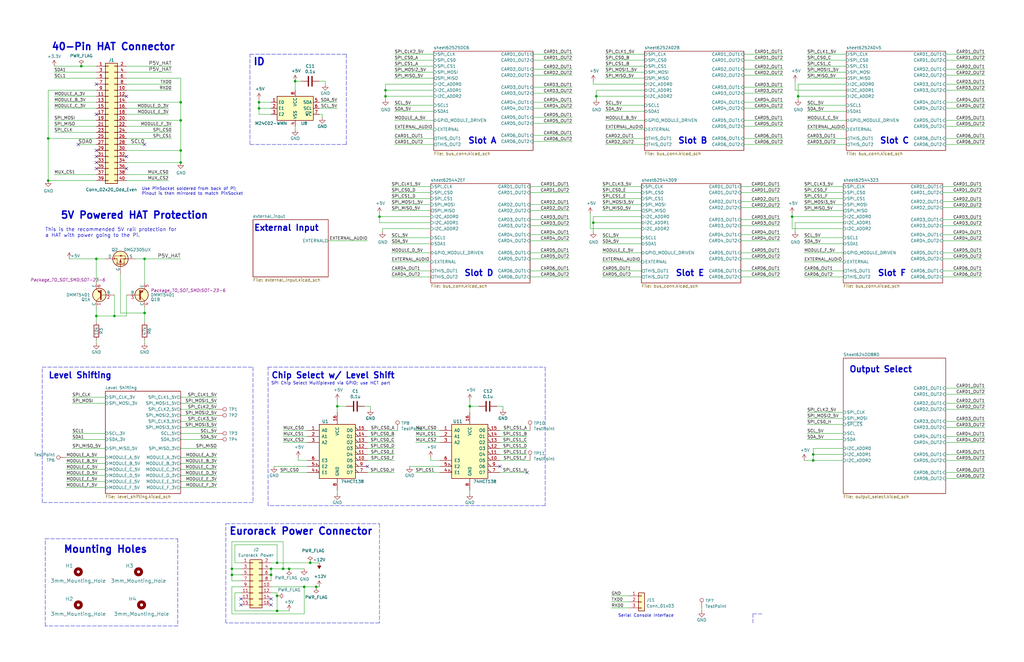
<source format=kicad_sch>
(kicad_sch (version 20230121) (generator eeschema)
  (paper "B")
  (title_block (title "Zoxnoxious Backplane and VCA") (date "2022-08-28") (rev "0.2") (company "Zoxnoxious Engineering"))
  (junction (at 60.96 132.08))
  (junction (at 76.2 50.8))
  (junction (at 76.2 63.5))
  (junction (at 116.84 257.81))
  (junction (at 251.46 40.64))
  (junction (at 128.27 247.65))
  (junction (at 160.02 91.44))
  (junction (at 76.2 43.18))
  (junction (at 60.96 109.22))
  (junction (at 116.84 251.46))
  (junction (at 114.3 240.03))
  (junction (at 342.9 191.77))
  (junction (at 334.01 91.44))
  (junction (at 97.79 240.03))
  (junction (at 162.56 40.64))
  (junction (at 121.92 240.03))
  (junction (at 116.84 237.49))
  (junction (at 130.81 237.49))
  (junction (at 133.35 247.65))
  (junction (at 97.79 242.57))
  (junction (at 342.9 194.31))
  (junction (at 198.12 171.45))
  (junction (at 124.46 34.29))
  (junction (at 109.22 43.18))
  (junction (at 20.32 76.2))
  (junction (at 114.3 242.57))
  (junction (at 109.22 45.72))
  (junction (at 142.24 171.45))
  (junction (at 34.29 27.94))
  (junction (at 76.2 68.58))
  (junction (at 40.64 109.22))
  (junction (at 40.64 133.35))
  (junction (at 48.26 133.35))
  (junction (at 250.19 93.98))
  (junction (at 20.32 58.42))
  (junction (at 336.55 40.64))
  (junction (at 119.38 240.03))
  (junction (at 162.56 38.1))
  (no_connect (at 40.64 68.58))
  (no_connect (at 60.96 60.96))
  (no_connect (at 40.64 63.5))
  (no_connect (at 40.64 66.04))
  (no_connect (at 40.64 35.56))
  (no_connect (at 114.3 252.73))
  (no_connect (at 53.34 71.12))
  (no_connect (at 40.64 48.26))
  (no_connect (at 53.34 40.64))
  (no_connect (at 33.02 60.96))
  (no_connect (at 114.3 255.27))
  (no_connect (at 154.94 196.85))
  (no_connect (at 101.6 255.27))
  (no_connect (at 222.25 199.39))
  (no_connect (at 210.82 196.85))
  (no_connect (at 40.64 71.12))
  (no_connect (at 101.6 252.73))
  (no_connect (at 53.34 66.04))
  (wire (pts (xy 313.69 29.21) (xy 330.2 29.21)))
  (wire (pts (xy 397.51 99.06) (xy 414.02 99.06)))
  (wire (pts (xy 398.78 29.21) (xy 415.29 29.21)))
  (wire (pts (xy 212.09 171.45) (xy 212.09 172.72)))
  (polyline (pts (xy 95.25 220.98) (xy 160.02 220.98)) (stroke (width 0) (type dash)))
  (wire (pts (xy 109.22 45.72) (xy 109.22 48.26)))
  (wire (pts (xy 99.06 257.81) (xy 116.84 257.81)))
  (wire (pts (xy 160.02 91.44) (xy 160.02 90.17)))
  (wire (pts (xy 342.9 191.77) (xy 355.6 191.77)))
  (wire (pts (xy 128.27 259.08) (xy 128.27 247.65)))
  (wire (pts (xy 48.26 124.46) (xy 48.26 133.35)))
  (wire (pts (xy 312.42 95.25) (xy 328.93 95.25)))
  (wire (pts (xy 182.88 46.99) (xy 166.37 46.99)))
  (wire (pts (xy 340.36 173.99) (xy 355.6 173.99)))
  (wire (pts (xy 20.32 38.1) (xy 40.64 38.1)))
  (wire (pts (xy 251.46 40.64) (xy 251.46 38.1)))
  (wire (pts (xy 224.79 39.37) (xy 241.3 39.37)))
  (wire (pts (xy 154.94 191.77) (xy 166.37 191.77)))
  (wire (pts (xy 271.78 60.96) (xy 255.27 60.96)))
  (wire (pts (xy 312.42 106.68) (xy 328.93 106.68)))
  (wire (pts (xy 76.2 33.02) (xy 76.2 43.18)))
  (polyline (pts (xy 74.93 227.33) (xy 74.93 264.16)) (stroke (width 0) (type dash)))
  (wire (pts (xy 53.34 133.35) (xy 53.34 124.46)))
  (wire (pts (xy 251.46 41.91) (xy 251.46 40.64)))
  (wire (pts (xy 198.12 173.99) (xy 198.12 171.45)))
  (wire (pts (xy 271.78 30.48) (xy 255.27 30.48)))
  (polyline (pts (xy 160.02 220.98) (xy 160.02 262.89)) (stroke (width 0) (type dash)))
  (wire (pts (xy 224.79 25.4) (xy 241.3 25.4)))
  (wire (pts (xy 250.19 35.56) (xy 250.19 34.29)))
  (wire (pts (xy 40.64 60.96) (xy 33.02 60.96)))
  (wire (pts (xy 265.43 254) (xy 257.81 254)))
  (wire (pts (xy 398.78 184.15) (xy 415.29 184.15)))
  (wire (pts (xy 129.54 184.15) (xy 119.38 184.15)))
  (polyline (pts (xy 74.93 264.16) (xy 19.05 264.16)) (stroke (width 0) (type dash)))
  (wire (pts (xy 116.84 237.49) (xy 130.81 237.49)))
  (wire (pts (xy 20.32 76.2) (xy 40.64 76.2)))
  (wire (pts (xy 355.6 114.3) (xy 339.09 114.3)))
  (wire (pts (xy 172.72 196.85) (xy 185.42 196.85)))
  (wire (pts (xy 339.09 88.9) (xy 355.6 88.9)))
  (wire (pts (xy 355.6 106.68) (xy 339.09 106.68)))
  (wire (pts (xy 182.88 44.45) (xy 166.37 44.45)))
  (wire (pts (xy 356.87 58.42) (xy 340.36 58.42)))
  (wire (pts (xy 398.78 43.18) (xy 415.29 43.18)))
  (wire (pts (xy 76.2 185.42) (xy 91.44 185.42)))
  (wire (pts (xy 60.96 129.54) (xy 60.96 132.08)))
  (wire (pts (xy 342.9 189.23) (xy 342.9 191.77)))
  (wire (pts (xy 398.78 38.1) (xy 415.29 38.1)))
  (wire (pts (xy 138.43 101.6) (xy 154.94 101.6)))
  (wire (pts (xy 223.52 109.22) (xy 240.03 109.22)))
  (wire (pts (xy 44.45 198.12) (xy 27.94 198.12)))
  (wire (pts (xy 44.45 205.74) (xy 27.94 205.74)))
  (wire (pts (xy 270.51 83.82) (xy 254 83.82)))
  (wire (pts (xy 398.78 194.31) (xy 415.29 194.31)))
  (wire (pts (xy 223.52 106.68) (xy 240.03 106.68)))
  (wire (pts (xy 53.34 60.96) (xy 60.96 60.96)))
  (wire (pts (xy 355.6 116.84) (xy 339.09 116.84)))
  (wire (pts (xy 22.86 40.64) (xy 40.64 40.64)))
  (wire (pts (xy 76.2 189.23) (xy 91.44 189.23)))
  (wire (pts (xy 334.01 91.44) (xy 355.6 91.44)))
  (wire (pts (xy 60.96 119.38) (xy 60.96 109.22)))
  (wire (pts (xy 342.9 194.31) (xy 339.09 194.31)))
  (wire (pts (xy 185.42 184.15) (xy 175.26 184.15)))
  (wire (pts (xy 312.42 92.71) (xy 328.93 92.71)))
  (wire (pts (xy 40.64 133.35) (xy 40.64 135.89)))
  (wire (pts (xy 181.61 81.28) (xy 165.1 81.28)))
  (wire (pts (xy 175.26 186.69) (xy 185.42 186.69)))
  (wire (pts (xy 224.79 43.18) (xy 241.3 43.18)))
  (wire (pts (xy 356.87 50.8) (xy 340.36 50.8)))
  (wire (pts (xy 115.57 196.85) (xy 129.54 196.85)))
  (wire (pts (xy 97.79 259.08) (xy 128.27 259.08)))
  (wire (pts (xy 40.64 33.02) (xy 22.86 33.02)))
  (polyline (pts (xy 229.87 213.36) (xy 113.03 213.36)) (stroke (width 0) (type dash)))
  (wire (pts (xy 53.34 53.34) (xy 72.39 53.34)))
  (wire (pts (xy 312.42 109.22) (xy 328.93 109.22)))
  (wire (pts (xy 397.51 109.22) (xy 414.02 109.22)))
  (wire (pts (xy 223.52 114.3) (xy 240.03 114.3)))
  (wire (pts (xy 76.2 43.18) (xy 76.2 50.8)))
  (wire (pts (xy 295.91 256.54) (xy 295.91 257.81)))
  (wire (pts (xy 224.79 36.83) (xy 241.3 36.83)))
  (wire (pts (xy 181.61 194.31) (xy 185.42 194.31)))
  (wire (pts (xy 142.24 171.45) (xy 146.05 171.45)))
  (wire (pts (xy 44.45 182.88) (xy 30.48 182.88)))
  (wire (pts (xy 198.12 208.28) (xy 198.12 207.01)))
  (wire (pts (xy 53.34 50.8) (xy 76.2 50.8)))
  (wire (pts (xy 270.51 116.84) (xy 254 116.84)))
  (wire (pts (xy 44.45 195.58) (xy 27.94 195.58)))
  (wire (pts (xy 336.55 35.56) (xy 336.55 40.64)))
  (wire (pts (xy 210.82 181.61) (xy 223.52 181.61)))
  (wire (pts (xy 109.22 45.72) (xy 114.3 45.72)))
  (wire (pts (xy 313.69 25.4) (xy 330.2 25.4)))
  (wire (pts (xy 40.64 55.88) (xy 22.86 55.88)))
  (wire (pts (xy 97.79 242.57) (xy 101.6 242.57)))
  (wire (pts (xy 76.2 198.12) (xy 91.44 198.12)))
  (wire (pts (xy 223.52 92.71) (xy 240.03 92.71)))
  (wire (pts (xy 312.42 87.63) (xy 328.93 87.63)))
  (wire (pts (xy 210.82 184.15) (xy 222.25 184.15)))
  (wire (pts (xy 181.61 102.87) (xy 165.1 102.87)))
  (wire (pts (xy 71.12 45.72) (xy 53.34 45.72)))
  (wire (pts (xy 76.2 200.66) (xy 91.44 200.66)))
  (wire (pts (xy 76.2 63.5) (xy 76.2 68.58)))
  (wire (pts (xy 30.48 189.23) (xy 44.45 189.23)))
  (wire (pts (xy 121.92 240.03) (xy 128.27 240.03)))
  (wire (pts (xy 134.62 34.29) (xy 137.16 34.29)))
  (wire (pts (xy 101.6 237.49) (xy 99.06 237.49)))
  (wire (pts (xy 355.6 100.33) (xy 339.09 100.33)))
  (wire (pts (xy 250.19 93.98) (xy 250.19 91.44)))
  (wire (pts (xy 97.79 245.11) (xy 101.6 245.11)))
  (wire (pts (xy 334.01 96.52) (xy 355.6 96.52)))
  (wire (pts (xy 251.46 38.1) (xy 271.78 38.1)))
  (wire (pts (xy 342.9 191.77) (xy 342.9 194.31)))
  (wire (pts (xy 34.29 27.94) (xy 40.64 27.94)))
  (wire (pts (xy 248.92 96.52) (xy 248.92 90.17)))
  (wire (pts (xy 76.2 195.58) (xy 91.44 195.58)))
  (wire (pts (xy 398.78 25.4) (xy 415.29 25.4)))
  (wire (pts (xy 312.42 114.3) (xy 328.93 114.3)))
  (wire (pts (xy 114.3 240.03) (xy 119.38 240.03)))
  (wire (pts (xy 76.2 170.18) (xy 91.44 170.18)))
  (wire (pts (xy 336.55 35.56) (xy 356.87 35.56)))
  (wire (pts (xy 355.6 78.74) (xy 339.09 78.74)))
  (wire (pts (xy 334.01 96.52) (xy 334.01 91.44)))
  (wire (pts (xy 271.78 58.42) (xy 255.27 58.42)))
  (wire (pts (xy 182.88 25.4) (xy 166.37 25.4)))
  (wire (pts (xy 53.34 35.56) (xy 72.39 35.56)))
  (wire (pts (xy 53.34 33.02) (xy 76.2 33.02)))
  (wire (pts (xy 355.6 86.36) (xy 339.09 86.36)))
  (wire (pts (xy 142.24 173.99) (xy 142.24 171.45)))
  (wire (pts (xy 125.73 193.04) (xy 125.73 194.31)))
  (wire (pts (xy 76.2 180.34) (xy 91.44 180.34)))
  (wire (pts (xy 50.8 132.08) (xy 60.96 132.08)))
  (wire (pts (xy 181.61 114.3) (xy 165.1 114.3)))
  (wire (pts (xy 271.78 50.8) (xy 255.27 50.8)))
  (wire (pts (xy 175.26 199.39) (xy 185.42 199.39)))
  (polyline (pts (xy 160.02 262.89) (xy 95.25 262.89)) (stroke (width 0) (type dash)))
  (wire (pts (xy 40.64 119.38) (xy 40.64 109.22)))
  (wire (pts (xy 97.79 242.57) (xy 97.79 240.03)))
  (wire (pts (xy 181.61 106.68) (xy 165.1 106.68)))
  (wire (pts (xy 53.34 55.88) (xy 72.39 55.88)))
  (wire (pts (xy 40.64 30.48) (xy 22.86 30.48)))
  (wire (pts (xy 340.36 176.53) (xy 355.6 176.53)))
  (wire (pts (xy 356.87 30.48) (xy 340.36 30.48)))
  (wire (pts (xy 356.87 44.45) (xy 340.36 44.45)))
  (wire (pts (xy 116.84 229.87) (xy 116.84 237.49)))
  (wire (pts (xy 342.9 194.31) (xy 355.6 194.31)))
  (wire (pts (xy 355.6 102.87) (xy 339.09 102.87)))
  (wire (pts (xy 335.28 93.98) (xy 335.28 97.79)))
  (wire (pts (xy 134.62 45.72) (xy 142.24 45.72)))
  (wire (pts (xy 44.45 200.66) (xy 27.94 200.66)))
  (wire (pts (xy 398.78 163.83) (xy 415.29 163.83)))
  (wire (pts (xy 44.45 170.18) (xy 30.48 170.18)))
  (wire (pts (xy 398.78 191.77) (xy 415.29 191.77)))
  (wire (pts (xy 22.86 43.18) (xy 40.64 43.18)))
  (wire (pts (xy 313.69 45.72) (xy 330.2 45.72)))
  (wire (pts (xy 118.11 199.39) (xy 129.54 199.39)))
  (wire (pts (xy 40.64 109.22) (xy 44.45 109.22)))
  (wire (pts (xy 40.64 53.34) (xy 22.86 53.34)))
  (wire (pts (xy 398.78 201.93) (xy 415.29 201.93)))
  (wire (pts (xy 119.38 240.03) (xy 121.92 240.03)))
  (wire (pts (xy 271.78 44.45) (xy 255.27 44.45)))
  (wire (pts (xy 99.06 250.19) (xy 99.06 257.81)))
  (wire (pts (xy 397.51 81.28) (xy 414.02 81.28)))
  (wire (pts (xy 124.46 38.1) (xy 124.46 34.29)))
  (wire (pts (xy 165.1 88.9) (xy 181.61 88.9)))
  (wire (pts (xy 133.35 247.65) (xy 134.62 247.65)))
  (wire (pts (xy 224.79 22.86) (xy 241.3 22.86)))
  (wire (pts (xy 223.52 86.36) (xy 240.03 86.36)))
  (wire (pts (xy 109.22 43.18) (xy 109.22 45.72)))
  (wire (pts (xy 271.78 22.86) (xy 255.27 22.86)))
  (wire (pts (xy 97.79 245.11) (xy 97.79 242.57)))
  (wire (pts (xy 355.6 83.82) (xy 339.09 83.82)))
  (wire (pts (xy 182.88 22.86) (xy 166.37 22.86)))
  (wire (pts (xy 356.87 60.96) (xy 340.36 60.96)))
  (polyline (pts (xy 17.78 154.94) (xy 106.68 154.94)) (stroke (width 0) (type dash)))
  (wire (pts (xy 342.9 189.23) (xy 355.6 189.23)))
  (wire (pts (xy 128.27 247.65) (xy 133.35 247.65)))
  (wire (pts (xy 313.69 36.83) (xy 330.2 36.83)))
  (wire (pts (xy 336.55 40.64) (xy 356.87 40.64)))
  (wire (pts (xy 335.28 38.1) (xy 356.87 38.1)))
  (wire (pts (xy 109.22 41.91) (xy 109.22 43.18)))
  (wire (pts (xy 76.2 172.72) (xy 91.44 172.72)))
  (wire (pts (xy 270.51 100.33) (xy 254 100.33)))
  (wire (pts (xy 223.52 99.06) (xy 240.03 99.06)))
  (wire (pts (xy 185.42 181.61) (xy 175.26 181.61)))
  (wire (pts (xy 224.79 49.53) (xy 241.3 49.53)))
  (wire (pts (xy 334.01 91.44) (xy 334.01 90.17)))
  (wire (pts (xy 134.62 43.18) (xy 142.24 43.18)))
  (wire (pts (xy 398.78 45.72) (xy 415.29 45.72)))
  (wire (pts (xy 22.86 73.66) (xy 40.64 73.66)))
  (wire (pts (xy 53.34 43.18) (xy 76.2 43.18)))
  (wire (pts (xy 356.87 22.86) (xy 340.36 22.86)))
  (wire (pts (xy 142.24 208.28) (xy 142.24 207.01)))
  (wire (pts (xy 114.3 237.49) (xy 116.84 237.49)))
  (wire (pts (xy 223.52 88.9) (xy 240.03 88.9)))
  (wire (pts (xy 250.19 91.44) (xy 270.51 91.44)))
  (wire (pts (xy 340.36 185.42) (xy 355.6 185.42)))
  (wire (pts (xy 313.69 39.37) (xy 330.2 39.37)))
  (wire (pts (xy 160.02 93.98) (xy 181.61 93.98)))
  (wire (pts (xy 99.06 237.49) (xy 99.06 229.87)))
  (polyline (pts (xy 113.03 213.36) (xy 113.03 154.94)) (stroke (width 0) (type dash)))
  (wire (pts (xy 101.6 240.03) (xy 97.79 240.03)))
  (wire (pts (xy 250.19 35.56) (xy 271.78 35.56)))
  (wire (pts (xy 60.96 109.22) (xy 76.2 109.22)))
  (wire (pts (xy 270.51 78.74) (xy 254 78.74)))
  (wire (pts (xy 154.94 189.23) (xy 166.37 189.23)))
  (polyline (pts (xy 106.68 212.09) (xy 17.78 212.09)) (stroke (width 0) (type dash)))
  (wire (pts (xy 209.55 171.45) (xy 212.09 171.45)))
  (wire (pts (xy 198.12 171.45) (xy 198.12 168.91)))
  (polyline (pts (xy 19.05 227.33) (xy 74.93 227.33)) (stroke (width 0) (type dash)))
  (wire (pts (xy 53.34 30.48) (xy 72.39 30.48)))
  (wire (pts (xy 340.36 179.07) (xy 355.6 179.07)))
  (wire (pts (xy 312.42 85.09) (xy 328.93 85.09)))
  (wire (pts (xy 130.81 237.49) (xy 134.62 237.49)))
  (wire (pts (xy 254 88.9) (xy 270.51 88.9)))
  (wire (pts (xy 398.78 166.37) (xy 415.29 166.37)))
  (polyline (pts (xy 106.68 154.94) (xy 106.68 212.09)) (stroke (width 0) (type dash)))
  (wire (pts (xy 182.88 27.94) (xy 166.37 27.94)))
  (wire (pts (xy 76.2 193.04) (xy 91.44 193.04)))
  (wire (pts (xy 20.32 38.1) (xy 20.32 58.42)))
  (wire (pts (xy 76.2 177.8) (xy 91.44 177.8)))
  (wire (pts (xy 161.29 96.52) (xy 181.61 96.52)))
  (wire (pts (xy 53.34 73.66) (xy 71.12 73.66)))
  (wire (pts (xy 398.78 31.75) (xy 415.29 31.75)))
  (wire (pts (xy 181.61 83.82) (xy 165.1 83.82)))
  (wire (pts (xy 76.2 167.64) (xy 91.44 167.64)))
  (wire (pts (xy 397.51 116.84) (xy 414.02 116.84)))
  (polyline (pts (xy 229.87 154.94) (xy 229.87 213.36)) (stroke (width 0) (type dash)))
  (wire (pts (xy 398.78 177.8) (xy 415.29 177.8)))
  (wire (pts (xy 53.34 63.5) (xy 76.2 63.5)))
  (wire (pts (xy 397.51 78.74) (xy 414.02 78.74)))
  (wire (pts (xy 181.61 193.04) (xy 181.61 194.31)))
  (wire (pts (xy 182.88 50.8) (xy 166.37 50.8)))
  (polyline (pts (xy 19.05 264.16) (xy 19.05 227.33)) (stroke (width 0) (type dash)))
  (wire (pts (xy 313.69 31.75) (xy 330.2 31.75)))
  (wire (pts (xy 119.38 228.6) (xy 119.38 240.03)))
  (wire (pts (xy 76.2 175.26) (xy 91.44 175.26)))
  (wire (pts (xy 313.69 43.18) (xy 330.2 43.18)))
  (polyline (pts (xy 105.41 60.96) (xy 105.41 22.86)) (stroke (width 0) (type dash)))
  (wire (pts (xy 181.61 116.84) (xy 165.1 116.84)))
  (wire (pts (xy 76.2 50.8) (xy 76.2 63.5)))
  (wire (pts (xy 154.94 181.61) (xy 167.64 181.61)))
  (polyline (pts (xy 317.5 259.08) (xy 321.31 259.08)) (stroke (width 0) (type dash)))
  (wire (pts (xy 397.51 101.6) (xy 414.02 101.6)))
  (wire (pts (xy 160.02 91.44) (xy 181.61 91.44)))
  (polyline (pts (xy 17.78 212.09) (xy 17.78 154.94)) (stroke (width 0) (type dash)))
  (wire (pts (xy 265.43 251.46) (xy 257.81 251.46)))
  (wire (pts (xy 101.6 247.65) (xy 97.79 247.65)))
  (wire (pts (xy 162.56 40.64) (xy 182.88 40.64)))
  (wire (pts (xy 116.84 257.81) (xy 121.92 257.81)))
  (polyline (pts (xy 95.25 262.89) (xy 95.25 220.98)) (stroke (width 0) (type dash)))
  (wire (pts (xy 210.82 194.31) (xy 223.52 194.31)))
  (wire (pts (xy 114.3 245.11) (xy 114.3 242.57)))
  (wire (pts (xy 397.51 92.71) (xy 414.02 92.71)))
  (wire (pts (xy 210.82 199.39) (xy 222.25 199.39)))
  (wire (pts (xy 224.79 59.69) (xy 241.3 59.69)))
  (wire (pts (xy 312.42 78.74) (xy 328.93 78.74)))
  (wire (pts (xy 271.78 46.99) (xy 255.27 46.99)))
  (wire (pts (xy 166.37 54.61) (xy 182.88 54.61)))
  (wire (pts (xy 339.09 110.49) (xy 355.6 110.49)))
  (wire (pts (xy 137.16 34.29) (xy 137.16 35.56)))
  (wire (pts (xy 398.78 170.18) (xy 415.29 170.18)))
  (wire (pts (xy 101.6 250.19) (xy 99.06 250.19)))
  (wire (pts (xy 57.15 109.22) (xy 60.96 109.22)))
  (wire (pts (xy 265.43 256.54) (xy 257.81 256.54)))
  (wire (pts (xy 109.22 43.18) (xy 114.3 43.18)))
  (wire (pts (xy 114.3 242.57) (xy 114.3 240.03)))
  (wire (pts (xy 270.51 102.87) (xy 254 102.87)))
  (wire (pts (xy 109.22 48.26) (xy 114.3 48.26)))
  (wire (pts (xy 224.79 52.07) (xy 241.3 52.07)))
  (wire (pts (xy 53.34 58.42) (xy 72.39 58.42)))
  (wire (pts (xy 119.38 186.69) (xy 129.54 186.69)))
  (wire (pts (xy 224.79 29.21) (xy 241.3 29.21)))
  (wire (pts (xy 397.51 106.68) (xy 414.02 106.68)))
  (polyline (pts (xy 105.41 22.86) (xy 146.05 22.86)) (stroke (width 0) (type dash)))
  (wire (pts (xy 29.21 109.22) (xy 40.64 109.22)))
  (wire (pts (xy 156.21 171.45) (xy 156.21 172.72)))
  (wire (pts (xy 71.12 48.26) (xy 53.34 48.26)))
  (polyline (pts (xy 146.05 60.96) (xy 105.41 60.96)) (stroke (width 0) (type dash)))
  (wire (pts (xy 398.78 22.86) (xy 415.29 22.86)))
  (wire (pts (xy 355.6 81.28) (xy 339.09 81.28)))
  (wire (pts (xy 97.79 247.65) (xy 97.79 259.08)))
  (wire (pts (xy 182.88 30.48) (xy 166.37 30.48)))
  (wire (pts (xy 154.94 199.39) (xy 166.37 199.39)))
  (wire (pts (xy 398.78 60.96) (xy 415.29 60.96)))
  (wire (pts (xy 125.73 194.31) (xy 129.54 194.31)))
  (wire (pts (xy 60.96 132.08) (xy 60.96 135.89)))
  (wire (pts (xy 340.36 54.61) (xy 356.87 54.61)))
  (wire (pts (xy 116.84 251.46) (xy 116.84 257.81)))
  (wire (pts (xy 44.45 193.04) (xy 27.94 193.04)))
  (wire (pts (xy 224.79 57.15) (xy 241.3 57.15)))
  (wire (pts (xy 398.78 35.56) (xy 415.29 35.56)))
  (wire (pts (xy 44.45 203.2) (xy 27.94 203.2)))
  (wire (pts (xy 313.69 22.86) (xy 330.2 22.86)))
  (wire (pts (xy 210.82 191.77) (xy 222.25 191.77)))
  (wire (pts (xy 223.52 101.6) (xy 240.03 101.6)))
  (wire (pts (xy 97.79 228.6) (xy 119.38 228.6)))
  (wire (pts (xy 224.79 45.72) (xy 241.3 45.72)))
  (wire (pts (xy 165.1 110.49) (xy 181.61 110.49)))
  (wire (pts (xy 20.32 58.42) (xy 20.32 76.2)))
  (polyline (pts (xy 146.05 22.86) (xy 146.05 60.96)) (stroke (width 0) (type dash)))
  (wire (pts (xy 340.36 182.88) (xy 355.6 182.88)))
  (wire (pts (xy 255.27 33.02) (xy 271.78 33.02)))
  (wire (pts (xy 313.69 58.42) (xy 330.2 58.42)))
  (wire (pts (xy 270.51 86.36) (xy 254 86.36)))
  (wire (pts (xy 312.42 99.06) (xy 328.93 99.06)))
  (polyline (pts (xy 113.03 154.94) (xy 229.87 154.94)) (stroke (width 0) (type dash)))
  (wire (pts (xy 48.26 133.35) (xy 53.34 133.35)))
  (wire (pts (xy 270.51 81.28) (xy 254 81.28)))
  (wire (pts (xy 397.51 95.25) (xy 414.02 95.25)))
  (wire (pts (xy 250.19 93.98) (xy 250.19 97.79)))
  (wire (pts (xy 398.78 58.42) (xy 415.29 58.42)))
  (wire (pts (xy 398.78 199.39) (xy 415.29 199.39)))
  (wire (pts (xy 161.29 97.79) (xy 161.29 96.52)))
  (wire (pts (xy 166.37 33.02) (xy 182.88 33.02)))
  (wire (pts (xy 224.79 31.75) (xy 241.3 31.75)))
  (wire (pts (xy 335.28 93.98) (xy 355.6 93.98)))
  (wire (pts (xy 76.2 205.74) (xy 91.44 205.74)))
  (wire (pts (xy 313.69 60.96) (xy 330.2 60.96)))
  (wire (pts (xy 251.46 40.64) (xy 271.78 40.64)))
  (wire (pts (xy 398.78 186.69) (xy 415.29 186.69)))
  (wire (pts (xy 340.36 33.02) (xy 356.87 33.02)))
  (wire (pts (xy 223.52 78.74) (xy 240.03 78.74)))
  (polyline (pts (xy 317.5 262.89) (xy 317.5 259.08)) (stroke (width 0) (type dash)))
  (wire (pts (xy 313.69 50.8) (xy 330.2 50.8)))
  (wire (pts (xy 53.34 68.58) (xy 76.2 68.58)))
  (wire (pts (xy 154.94 186.69) (xy 166.37 186.69)))
  (wire (pts (xy 223.52 81.28) (xy 240.03 81.28)))
  (wire (pts (xy 223.52 95.25) (xy 240.03 95.25)))
  (wire (pts (xy 398.78 53.34) (xy 415.29 53.34)))
  (wire (pts (xy 270.51 106.68) (xy 254 106.68)))
  (wire (pts (xy 76.2 203.2) (xy 91.44 203.2)))
  (wire (pts (xy 270.51 114.3) (xy 254 114.3)))
  (wire (pts (xy 223.52 116.84) (xy 240.03 116.84)))
  (wire (pts (xy 181.61 86.36) (xy 165.1 86.36)))
  (wire (pts (xy 210.82 189.23) (xy 222.25 189.23)))
  (wire (pts (xy 398.78 180.34) (xy 415.29 180.34)))
  (wire (pts (xy 124.46 34.29) (xy 127 34.29)))
  (wire (pts (xy 181.61 78.74) (xy 165.1 78.74)))
  (wire (pts (xy 271.78 25.4) (xy 255.27 25.4)))
  (wire (pts (xy 40.64 144.78) (xy 40.64 143.51)))
  (wire (pts (xy 398.78 172.72) (xy 415.29 172.72)))
  (wire (pts (xy 248.92 96.52) (xy 270.51 96.52)))
  (wire (pts (xy 53.34 27.94) (xy 72.39 27.94)))
  (wire (pts (xy 153.67 171.45) (xy 156.21 171.45)))
  (wire (pts (xy 53.34 76.2) (xy 71.12 76.2)))
  (wire (pts (xy 50.8 115.57) (xy 50.8 132.08)))
  (wire (pts (xy 60.96 144.78) (xy 60.96 143.51)))
  (wire (pts (xy 162.56 41.91) (xy 162.56 40.64)))
  (wire (pts (xy 124.46 54.61) (xy 124.46 53.34)))
  (wire (pts (xy 250.19 93.98) (xy 270.51 93.98)))
  (wire (pts (xy 271.78 27.94) (xy 255.27 27.94)))
  (wire (pts (xy 210.82 186.69) (xy 222.25 186.69)))
  (wire (pts (xy 160.02 93.98) (xy 160.02 91.44)))
  (wire (pts (xy 356.87 46.99) (xy 340.36 46.99)))
  (wire (pts (xy 335.28 34.29) (xy 335.28 38.1)))
  (wire (pts (xy 312.42 81.28) (xy 328.93 81.28)))
  (wire (pts (xy 397.51 85.09) (xy 414.02 85.09)))
  (wire (pts (xy 20.32 58.42) (xy 40.64 58.42)))
  (wire (pts (xy 114.3 247.65) (xy 128.27 247.65)))
  (wire (pts (xy 312.42 101.6) (xy 328.93 101.6)))
  (wire (pts (xy 254 110.49) (xy 270.51 110.49)))
  (wire (pts (xy 129.54 181.61) (xy 119.38 181.61)))
  (wire (pts (xy 182.88 60.96) (xy 166.37 60.96)))
  (wire (pts (xy 336.55 41.91) (xy 336.55 40.64)))
  (wire (pts (xy 397.51 87.63) (xy 414.02 87.63)))
  (wire (pts (xy 97.79 240.03) (xy 97.79 228.6)))
  (wire (pts (xy 99.06 229.87) (xy 116.84 229.87)))
  (wire (pts (xy 40.64 50.8) (xy 22.86 50.8)))
  (wire (pts (xy 356.87 25.4) (xy 340.36 25.4)))
  (wire (pts (xy 162.56 38.1) (xy 162.56 35.56)))
  (wire (pts (xy 142.24 171.45) (xy 142.24 168.91)))
  (wire (pts (xy 40.64 133.35) (xy 48.26 133.35)))
  (wire (pts (xy 44.45 167.64) (xy 30.48 167.64)))
  (wire (pts (xy 397.51 114.3) (xy 414.02 114.3)))
  (wire (pts (xy 53.34 38.1) (xy 72.39 38.1)))
  (wire (pts (xy 182.88 58.42) (xy 166.37 58.42)))
  (wire (pts (xy 162.56 35.56) (xy 182.88 35.56)))
  (wire (pts (xy 198.12 171.45) (xy 201.93 171.45)))
  (wire (pts (xy 135.89 48.26) (xy 134.62 48.26)))
  (wire (pts (xy 181.61 100.33) (xy 165.1 100.33)))
  (wire (pts (xy 313.69 53.34) (xy 330.2 53.34)))
  (wire (pts (xy 154.94 194.31) (xy 166.37 194.31)))
  (wire (pts (xy 162.56 40.64) (xy 162.56 38.1)))
  (wire (pts (xy 44.45 185.42) (xy 30.48 185.42)))
  (wire (pts (xy 114.3 250.19) (xy 116.84 250.19)))
  (wire (pts (xy 356.87 27.94) (xy 340.36 27.94)))
  (wire (pts (xy 135.89 49.53) (xy 135.89 48.26)))
  (wire (pts (xy 398.78 50.8) (xy 415.29 50.8)))
  (wire (pts (xy 76.2 182.88) (xy 91.44 182.88)))
  (wire (pts (xy 40.64 129.54) (xy 40.64 133.35)))
  (wire (pts (xy 22.86 27.94) (xy 34.29 27.94)))
  (wire (pts (xy 162.56 38.1) (xy 182.88 38.1)))
  (wire (pts (xy 255.27 54.61) (xy 271.78 54.61)))
  (wire (pts (xy 312.42 116.84) (xy 328.93 116.84)))
  (wire (pts (xy 22.86 45.72) (xy 40.64 45.72)))
  (wire (pts (xy 116.84 250.19) (xy 116.84 251.46)))
  (wire (pts (xy 154.94 184.15) (xy 166.37 184.15)))
  (text "5V Powered HAT Protection" (at 25.4 92.71 0) (effects (font (size 2.9972 2.9972) (thickness 0.5994) bold) (justify left bottom)))
  (text "Slot A" (at 209.55 60.96 0) (effects (font (size 2.54 2.54) (thickness 0.508) bold) (justify right bottom)))
  (text "ID" (at 106.68 27.94 0) (effects (font (size 2.9972 2.9972) (thickness 0.5994) bold) (justify left bottom)))
  (text "External Input" (at 134.62 97.79 0) (effects (font (size 2.54 2.54) (thickness 0.508) bold) (justify right bottom)))
  (text "Slot F" (at 382.27 116.84 0) (effects (font (size 2.54 2.54) (thickness 0.508) bold) (justify right bottom)))
  (text "Level Shifting" (at 20.32 160.02 0) (effects (font (size 2.54 2.54) (thickness 0.508) bold) (justify left bottom)))
  (text "Slot D" (at 208.28 116.84 0) (effects (font (size 2.54 2.54) (thickness 0.508) bold) (justify right bottom)))
  (text "This is the recommended 5V rail protection for \na HAT with power going to the Pi." (at 19.05 100.33 0) (effects (font (size 1.524 1.524)) (justify left bottom)))
  (text "Serial Console Interface" (at 260.604 260.604 0) (effects (font (size 1.27 1.27)) (justify left bottom)))
  (text "Chip Select w/ Level Shift" (at 114.3 160.02 0) (effects (font (size 2.54 2.54) (thickness 0.508) bold) (justify left bottom)))
  (text "Eurorack Power Connector" (at 96.52 226.06 0) (effects (font (size 2.9972 2.9972) (thickness 0.5994) bold) (justify left bottom)))
  (text "40-Pin HAT Connector" (at 21.59 21.59 0) (effects (font (size 2.9972 2.9972) (thickness 0.5994) bold) (justify left bottom)))
  (text "Output Select" (at 384.81 157.48 0) (effects (font (size 2.54 2.54) (thickness 0.508) bold) (justify right bottom)))
  (text "Use PinSocket soldered from back of Pi;\nPinout is then mirrored to match PinSocket" (at 59.69 82.55 0) (effects (font (size 1.27 1.27)) (justify left bottom)))
  (text "Slot C" (at 383.54 60.96 0) (effects (font (size 2.54 2.54) (thickness 0.508) bold) (justify right bottom)))
  (text "Slot B" (at 298.45 60.96 0) (effects (font (size 2.54 2.54) (thickness 0.508) bold) (justify right bottom)))
  (text "Mounting Holes" (at 26.67 233.68 0) (effects (font (size 2.9972 2.9972) (thickness 0.5994) bold) (justify left bottom)))
  (text "SPI Chip Select Multiplexed via GPIO; use HCT part" (at 114.3 162.56 0) (effects (font (size 1.27 1.27)) (justify left bottom)))
  (text "Slot E" (at 297.18 116.84 0) (effects (font (size 2.54 2.54) (thickness 0.508) bold) (justify right bottom)))
  (label "CARD3_OUT2" (at 415.29 38.1 180))
  (label "MODULE_C_5V" (at 27.94 198.12 0))
  (label "SDA_5V" (at 340.36 46.99 0))
  (label "SPI_MOSI3_5V" (at 339.09 86.36 0))
  (label "MUX_CS1" (at 22.86 73.66 0))
  (label "MUX_CS0" (at 71.12 73.66 180))
  (label "CARD1_OUT2" (at 414.02 81.28 180))
  (label "CARD2_OUT1" (at 241.3 29.21 180))
  (label "SDA_5V" (at 166.37 46.99 0))
  (label "CARD6_OUT2" (at 415.29 201.93 180))
  (label "SPI_CS0_H" (at 340.36 179.07 0))
  (label "CARD1_OUT2" (at 330.2 25.4 180))
  (label "CARD3_OUT2" (at 415.29 180.34 180))
  (label "SPI_CLK3_5V" (at 339.09 78.74 0))
  (label "MODULE_D_3V" (at 91.44 200.66 180))
  (label "SPI_MISO_5V" (at 340.36 33.02 0))
  (label "CARD1_OUT2" (at 415.29 166.37 180))
  (label "SPI_CS0_B" (at 255.27 25.4 0))
  (label "CARD3_OUT1" (at 340.36 58.42 0))
  (label "SPI_CLK1_5V" (at 91.44 167.64 180))
  (label "SCL_5V" (at 340.36 182.88 0))
  (label "SPI_MISO_5V" (at 166.37 33.02 0))
  (label "SPI_MOSI2_5V" (at 91.44 175.26 180))
  (label "CARD5_OUT2" (at 254 116.84 0))
  (label "MODULE_B_3V" (at 91.44 195.58 180))
  (label "CARD4_OUT1" (at 241.3 43.18 180))
  (label "SPI_CLK1_5V" (at 165.1 78.74 0))
  (label "CARD2_OUT2" (at 415.29 172.72 180))
  (label "CARD6_OUT1" (at 240.03 114.3 180))
  (label "CARD1_OUT1" (at 414.02 78.74 180))
  (label "EXTERNAL_AUDIO" (at 166.37 54.61 0))
  (label "SPI_CS1_B" (at 255.27 27.94 0))
  (label "MODULE_F_5V" (at 27.94 205.74 0))
  (label "SPI_CS0_A" (at 166.37 25.4 0))
  (label "SDA1" (at 22.86 30.48 0))
  (label "CARD5_OUT2" (at 241.3 52.07 180))
  (label "CARD5_OUT1" (at 241.3 49.53 180))
  (label "CARD1_OUT1" (at 415.29 163.83 180))
  (label "SDA_5V" (at 255.27 46.99 0))
  (label "CARD4_OUT1" (at 415.29 184.15 180))
  (label "MODULE_B_3V" (at 22.86 43.18 0))
  (label "SCL_5V" (at 254 100.33 0))
  (label "SPI_CS0_D" (at 165.1 81.28 0))
  (label "SPI_MOSI1_5V" (at 340.36 30.48 0))
  (label "SPI_CS0_C" (at 340.36 25.4 0))
  (label "SPI_CS0_E" (at 166.37 191.77 180))
  (label "SPI_CLK3_5V" (at 91.44 177.8 180))
  (label "CARD3_OUT2" (at 414.02 95.25 180))
  (label "CARD2_OUT1" (at 330.2 29.21 180))
  (label "SPI_CS1_D" (at 165.1 83.82 0))
  (label "CARD2_OUT2" (at 241.3 31.75 180))
  (label "CARD3_OUT1" (at 415.29 35.56 180))
  (label "MODULE_F_3V" (at 91.44 205.74 180))
  (label "EXTERNAL_AUDIO" (at 339.09 110.49 0))
  (label "SPI_CS0_D" (at 166.37 189.23 180))
  (label "CARD3_OUT1" (at 415.29 177.8 180))
  (label "CARD5_OUT2" (at 415.29 53.34 180))
  (label "MODULE_C_3V" (at 22.86 45.72 0))
  (label "SPI_MOSI3_5V" (at 91.44 180.34 180))
  (label "P5V_HAT" (at 76.2 109.22 180) (effects (font (size 1.524 1.524))))
  (label "SPI_CLK" (at 22.86 55.88 0))
  (label "SPI_CS0_B" (at 166.37 184.15 180))
  (label "SCL_5V" (at 340.36 44.45 0))
  (label "CARD6_OUT1" (at 241.3 57.15 180))
  (label "MODULE_F_5V" (at 339.09 106.68 0))
  (label "CARD6_OUT2" (at 339.09 116.84 0))
  (label "MUX_CS2" (at 175.26 186.69 0))
  (label "SPI_CS1_A" (at 166.37 27.94 0))
  (label "SPI_CS1_B" (at 222.25 184.15 180))
  (label "CARD2_OUT1" (at 328.93 85.09 180))
  (label "CARD4_OUT2" (at 330.2 45.72 180))
  (label "MODULE_D_3V" (at 71.12 45.72 180))
  (label "CARD4_OUT2" (at 415.29 186.69 180))
  (label "MUX_CS2" (at 119.38 186.69 0))
  (label "CARD2_OUT1" (at 415.29 29.21 180))
  (label "CARD3_OUT2" (at 328.93 95.25 180))
  (label "SPI_CS1_F" (at 222.25 194.31 180))
  (label "CARD4_OUT1" (at 328.93 99.06 180))
  (label "CARD2_OUT1" (at 415.29 170.18 180))
  (label "CARD2_OUT2" (at 414.02 87.63 180))
  (label "CARD5_OUT1" (at 415.29 191.77 180))
  (label "CARD1_OUT2" (at 241.3 25.4 180))
  (label "CARD3_OUT2" (at 240.03 95.25 180))
  (label "SDA_5V" (at 91.44 185.42 180))
  (label "SDA_5V" (at 339.09 102.87 0))
  (label "CARD6_OUT2" (at 414.02 116.84 180))
  (label "CARD2_OUT2" (at 415.29 31.75 180))
  (label "MUX_CS1" (at 175.26 184.15 0))
  (label "CARD4_OUT1" (at 414.02 99.06 180))
  (label "SPI_MISO" (at 22.86 53.34 0))
  (label "SPI_MOSI1_5V" (at 165.1 86.36 0))
  (label "MODULE_E_3V" (at 91.44 203.2 180))
  (label "MODULE_E_5V" (at 254 106.68 0))
  (label "CARD3_OUT1" (at 330.2 36.83 180))
  (label "EXTERNAL_AUDIO" (at 340.36 54.61 0))
  (label "SPI_CLK3_5V" (at 254 78.74 0))
  (label "MODULE_F_3V" (at 72.39 53.34 180))
  (label "EXTERNAL_AUDIO" (at 154.94 101.6 180))
  (label "P5V_HAT" (at 72.39 27.94 180) (effects (font (size 1.524 1.524))))
  (label "MODULE_E_5V" (at 27.94 203.2 0))
  (label "SPI_CLK1_5V" (at 255.27 22.86 0))
  (label "CARD4_OUT1" (at 415.29 43.18 180))
  (label "CARD4_OUT1" (at 240.03 99.06 180))
  (label "SPI_CS0_C" (at 166.37 186.69 180))
  (label "CARD3_OUT2" (at 330.2 39.37 180))
  (label "SPI_CLK2_5V" (at 340.36 173.99 0))
  (label "RXD0" (at 257.81 256.54 0))
  (label "CARD1_OUT2" (at 415.29 25.4 180))
  (label "CARD1_OUT1" (at 241.3 22.86 180))
  (label "SPI_MISO_5V" (at 255.27 33.02 0))
  (label "SCL_5V" (at 91.44 182.88 180))
  (label "SPI_CS0_F" (at 166.37 194.31 180))
  (label "SPI_CS1_A" (at 222.25 181.61 180))
  (label "CARD2_OUT1" (at 255.27 58.42 0))
  (label "SPI_CS0_E" (at 254 81.28 0))
  (label "SPI_CLK" (at 30.48 167.64 0))
  (label "CARD2_OUT2" (at 330.2 31.75 180))
  (label "CARD5_OUT1" (at 330.2 50.8 180))
  (label "CARD4_OUT2" (at 241.3 45.72 180))
  (label "EXTERNAL_AUDIO" (at 165.1 110.49 0))
  (label "CARD1_OUT2" (at 166.37 60.96 0))
  (label "CARD6_OUT2" (at 241.3 59.69 180))
  (label "SPI_MISO_5V" (at 339.09 88.9 0))
  (label "SPI_CS0_F" (at 339.09 81.28 0))
  (label "SCL_5V" (at 166.37 44.45 0))
  (label "RXD0" (at 72.39 38.1 180))
  (label "SCL_5V" (at 255.27 44.45 0))
  (label "MODULE_E_3V" (at 71.12 48.26 180))
  (label "CARD1_OUT1" (at 240.03 78.74 180))
  (label "CARD2_OUT1" (at 240.03 86.36 180))
  (label "SPI_CS0" (at 118.11 199.39 0))
  (label "MODULE_D_5V" (at 165.1 106.68 0))
  (label "CARD5_OUT2" (at 328.93 109.22 180))
  (label "SDA0" (at 33.02 60.96 0) (effects (font (size 1.524 1.524))))
  (label "CARD2_OUT2" (at 240.03 88.9 180))
  (label "CARD1_OUT2" (at 240.03 81.28 180))
  (label "SDA_5V" (at 254 102.87 0))
  (label "CARD3_OUT2" (at 241.3 39.37 180))
  (label "SPI_CLK1_5V" (at 340.36 22.86 0))
  (label "CARD1_OUT1" (at 330.2 22.86 180))
  (label "CARD6_OUT2" (at 415.29 60.96 180))
  (label "SDA1" (at 30.48 185.42 0))
  (label "SCL1" (at 22.86 33.02 0))
  (label "SCL1" (at 30.48 182.88 0))
  (label "CARD3_OUT2" (at 340.36 60.96 0))
  (label "CARD3_OUT1" (at 241.3 36.83 180))
  (label "CARD4_OUT1" (at 330.2 43.18 180))
  (label "CARD3_OUT1" (at 240.03 92.71 180))
  (label "SPI_CS1_H" (at 222.25 199.39 180))
  (label "CARD5_OUT2" (at 240.03 109.22 180))
  (label "SPI_CS1_E" (at 254 83.82 0))
  (label "EXTERNAL_AUDIO" (at 255.27 54.61 0))
  (label "SPI_CS1_C" (at 340.36 27.94 0))
  (label "SPI_CLK2_5V" (at 166.37 22.86 0))
  (label "SPI_CS1" (at 175.26 199.39 0))
  (label "MODULE_C_5V" (at 340.36 50.8 0))
  (label "SPI_MOSI2_5V" (at 340.36 176.53 0))
  (label "MODULE_C_3V" (at 91.44 198.12 180))
  (label "CARD6_OUT1" (at 328.93 114.3 180))
  (label "CARD6_OUT1" (at 339.09 114.3 0))
  (label "CARD5_OUT2" (at 415.29 194.31 180))
  (label "CARD4_OUT2" (at 328.93 101.6 180))
  (label "SDA_5V" (at 165.1 102.87 0))
  (label "SPI_MISO_5V" (at 254 88.9 0))
  (label "P5V_HAT" (at 72.39 30.48 180) (effects (font (size 1.524 1.524))))
  (label "CARD6_OUT2" (at 330.2 60.96 180))
  (label "MODULE_D_5V" (at 27.94 200.66 0))
  (label "CARD2_OUT2" (at 328.93 87.63 180))
  (label "CARD1_OUT2" (at 328.93 81.28 180))
  (label "MODULE_A_5V" (at 166.37 50.8 0))
  (label "SCL0" (at 60.96 60.96 180) (effects (font (size 1.524 1.524))))
  (label "SPI_MOSI2_5V" (at 166.37 30.48 0))
  (label "GND" (at 257.81 251.46 0))
  (label "MODULE_A_3V" (at 91.44 193.04 180))
  (label "SPI_CS0_A" (at 166.37 181.61 180))
  (label "SPI_MOSI" (at 30.48 170.18 0))
  (label "CARD1_OUT1" (at 328.93 78.74 180))
  (label "CARD6_OUT2" (at 328.93 116.84 180))
  (label "CARD5_OUT1" (at 414.02 106.68 180))
  (label "CARD1_OUT1" (at 415.29 22.86 180))
  (label "CARD4_OUT2" (at 165.1 116.84 0))
  (label "SCL_5V" (at 142.24 45.72 180))
  (label "SCL_5V" (at 165.1 100.33 0))
  (label "MODULE_A_5V" (at 27.94 193.04 0))
  (label "SDA_5V" (at 340.36 185.42 0))
  (label "CARD4_OUT1" (at 165.1 114.3 0))
  (label "CARD2_OUT2" (at 255.27 60.96 0))
  (label "CARD3_OUT1" (at 328.93 92.71 180))
  (label "CARD5_OUT2" (at 414.02 109.22 180))
  (label "TXD0" (at 72.39 35.56 180))
  (label "SPI_CS1_D" (at 222.25 189.23 180))
  (label "MUX_CS0" (at 119.38 181.61 0))
  (label "TXD0" (at 257.81 254 0))
  (label "SPI_CS1_C" (at 222.25 186.69 180))
  (label "CARD5_OUT1" (at 328.93 106.68 180))
  (label "CARD1_OUT1" (at 166.37 58.42 0))
  (label "SPI_MISO_5V" (at 165.1 88.9 0))
  (label "SPI_MOSI1_5V" (at 255.27 30.48 0))
  (label "CARD5_OUT1" (at 415.29 50.8 180))
  (label "CARD6_OUT2" (at 240.03 116.84 180))
  (label "CARD5_OUT2" (at 330.2 53.34 180))
  (label "MODULE_B_5V" (at 27.94 195.58 0))
  (label "SPI_CS0" (at 72.39 55.88 180))
  (label "MUX_CS1" (at 119.38 184.15 0))
  (label "CARD3_OUT1" (at 414.02 92.71 180))
  (label "SPI_MISO_5V" (at 30.48 189.23 0))
  (label "MUX_CS2" (at 71.12 76.2 180))
  (label "CARD6_OUT1" (at 414.02 114.3 180))
  (label "CARD4_OUT2" (at 415.29 45.72 180))
  (label "SPI_MOSI" (at 22.86 50.8 0))
  (label "SPI_MOSI1_5V" (at 91.44 170.18 180))
  (label "SPI_CS1_E" (at 222.25 191.77 180))
  (label "SPI_CLK2_5V" (at 91.44 172.72 180))
  (label "CARD6_OUT1" (at 330.2 58.42 180))
  (label "SPI_MOSI3_5V" (at 254 86.36 0))
  (label "SPI_CS0_H" (at 166.37 199.39 180))
  (label "SPI_MISO" (at 91.44 189.23 180))
  (label "CARD5_OUT1" (at 240.03 106.68 180))
  (label "MODULE_A_3V" (at 22.86 40.64 0))
  (label "SCL_5V" (at 339.09 100.33 0))
  (label "SDA_5V" (at 142.24 43.18 180))
  (label "CARD4_OUT2" (at 414.02 101.6 180))
  (label "SPI_CS1_F" (at 339.09 83.82 0))
  (label "SPI_CS1" (at 72.39 58.42 180))
  (label "CARD5_OUT1" (at 254 114.3 0))
  (label "CARD6_OUT1" (at 415.29 199.39 180))
  (label "EXTERNAL_AUDIO" (at 254 110.49 0))
  (label "CARD2_OUT1" (at 414.02 85.09 180))
  (label "MUX_CS0" (at 175.26 181.61 0))
  (label "CARD4_OUT2" (at 240.03 101.6 180))
  (label "MODULE_B_5V" (at 255.27 50.8 0))
  (label "CARD6_OUT1" (at 415.29 58.42 180))
  (symbol (lib_id "Mechanical:MountingHole") (at 33.02 241.3 0) (unit 1)
    (property "Reference" "H1" (at 29.21 238.76 0) (effects (font (size 1.524 1.524))))
    (property "Value" "3mm_Mounting_Hole" (at 33.02 245.11 0) (effects (font (size 1.524 1.524))))
    (property "Footprint" "MountingHole:MountingHole_3.2mm_M3_Pad" (effects hide))
  )
  (symbol (lib_id "Mechanical:MountingHole") (at 58.42 241.3 0) (unit 1)
    (property "Reference" "H3" (at 54.61 238.76 0) (effects (font (size 1.524 1.524))))
    (property "Value" "3mm_Mounting_Hole" (at 58.42 245.11 0) (effects (font (size 1.524 1.524))))
    (property "Footprint" "MountingHole:MountingHole_3.2mm_M3_Pad" (effects hide))
  )
  (symbol (lib_id "Mechanical:MountingHole") (at 33.02 255.27 0) (unit 1)
    (property "Reference" "H2" (at 29.21 252.73 0) (effects (font (size 1.524 1.524))))
    (property "Value" "3mm_Mounting_Hole" (at 33.02 259.08 0) (effects (font (size 1.524 1.524))))
    (property "Footprint" "MountingHole:MountingHole_3.2mm_M3_Pad" (effects hide))
  )
  (symbol (lib_id "Mechanical:MountingHole") (at 59.69 255.27 0) (unit 1)
    (property "Reference" "H4" (at 55.88 252.73 0) (effects (font (size 1.524 1.524))))
    (property "Value" "3mm_Mounting_Hole" (at 59.69 259.08 0) (effects (font (size 1.524 1.524))))
    (property "Footprint" "MountingHole:MountingHole_3.2mm_M3_Pad" (effects hide))
  )
  (symbol (lib_id "Connector_Generic:Conn_02x20_Odd_Even") (at 45.72 50.8 0) (unit 1)
    (property "Reference" "J1" (at 46.99 25.4 0))
    (property "Value" "Conn_02x20_Odd_Even" (at 46.99 80.01 0))
    (property "Footprint" "Connector_PinHeader_2.54mm:PinHeader_2x20_P2.54mm_Vertical" (effects hide))
    (property "Digikey" "S9200-ND" (effects hide))
  )
  (symbol (lib_id "raspberrypi_hat:DMG2305UX") (at 50.8 109.22 90) (unit 1)
    (property "Reference" "Q2" (at 46.99 105.41 90) (effects (justify right)))
    (property "Value" "DMG2305UX" (at 52.07 105.41 90) (effects (justify right)))
    (property "Footprint" "project_footprints:SOT-23-DMG2305UX" (effects hide))
    (property "Datasheet" "https://jlcpcb.com/api/file/downloadByFileSystemAccessId/8560079443617075200" (effects hide))
    (property "LCSC" "C150470" (effects hide))
  )
  (symbol (lib_id "raspberrypi_hat:DMMT5401") (at 43.18 124.46 180) (unit 1)
    (property "Reference" "Q1" (at 38.1 126.365 0) (effects (justify left)))
    (property "Value" "DMMT5401" (at 38.1 124.46 0) (effects (justify left)))
    (property "Footprint" "Package_TO_SOT_SMD:SOT-23-6" (at 44.45 118.11 0) (effects (font italic) (justify left)))
    (property "LCSC" "C154733" (effects hide))
  )
  (symbol (lib_id "raspberrypi_hat:DMMT5401") (at 58.42 124.46 0) (mirror x) (unit 2)
    (property "Reference" "Q1" (at 63.5 126.365 0) (effects (justify left)))
    (property "Value" "DMMT5401" (at 63.5 124.46 0) (effects (justify left)))
    (property "Footprint" "Package_TO_SOT_SMD:SOT-23-6" (at 63.5 122.555 0) (effects (font italic) (justify left)))
    (property "LCSC" "C154733" (effects hide))
  )
  (symbol (lib_id "Device:R") (at 40.64 139.7 0) (unit 1)
    (property "Reference" "R3" (at 42.672 139.7 90))
    (property "Value" "10k" (at 40.64 139.7 90))
    (property "Footprint" "Resistor_SMD:R_0603_1608Metric" (effects hide))
    (property "LCSC" "C25804" (effects hide))
  )
  (symbol (lib_id "Device:R") (at 60.96 139.7 0) (unit 1)
    (property "Reference" "R6" (at 62.992 139.7 90))
    (property "Value" "47k" (at 60.96 139.7 90))
    (property "Footprint" "Resistor_SMD:R_0603_1608Metric" (effects hide))
    (property "LCSC" "C25819" (effects hide))
  )
  (symbol (lib_id "power:GND") (at 40.64 144.78 0) (unit 1)
    (property "Reference" "#PWR02" (effects hide))
    (property "Value" "GND" (at 40.64 148.59 0))
  )
  (symbol (lib_id "power:GND") (at 60.96 144.78 0) (unit 1)
    (property "Reference" "#PWR06" (effects hide))
    (property "Value" "GND" (at 60.96 148.59 0))
  )
  (symbol (lib_id "power:GND") (at 128.27 240.03 0) (unit 1)
    (property "Reference" "#PWR0101" (effects hide))
    (property "Value" "GND" (at 128.397 244.4242 0))
  )
  (symbol (lib_id "power:-12V") (at 134.62 237.49 0) (mirror x) (unit 1)
    (property "Reference" "#PWR08" (effects hide))
    (property "Value" "-12V" (at 134.62 236.22 0))
  )
  (symbol (lib_id "power:+12V") (at 134.62 247.65 0) (unit 1)
    (property "Reference" "#PWR09" (effects hide))
    (property "Value" "+12V" (at 135.001 243.2558 0))
  )
  (symbol (lib_id "power:+5V") (at 121.92 257.81 0) (unit 1)
    (property "Reference" "#PWR011" (effects hide))
    (property "Value" "+5V" (at 121.92 254 0))
  )
  (symbol (lib_id "Connector_Generic:Conn_02x08_Odd_Even") (at 106.68 245.11 0) (unit 1)
    (property "Reference" "J2" (at 107.95 231.9782 0))
    (property "Value" "Eurorack Power" (at 107.95 234.2896 0))
    (property "Footprint" "Connector_PinHeader_2.54mm:PinHeader_2x08_P2.54mm_ShroudedKey" (effects hide))
    (property "Digikey" "S9171-ND" (effects hide))
  )
  (symbol (lib_id "power:PWR_FLAG") (at 34.29 27.94 0) (unit 1)
    (property "Reference" "#FLG0101" (effects hide))
    (property "Value" "PWR_FLAG" (at 34.29 23.5458 0))
  )
  (symbol (lib_id "74xx:74LS138") (at 142.24 189.23 0) (unit 1)
    (property "Reference" "U1" (at 137.16 177.8 0))
    (property "Value" "74HCT138" (at 148.59 203.2 0))
    (property "Footprint" "Package_SO:TSSOP-16_4.4x5mm_P0.65mm" (effects hide))
    (property "Datasheet" "https://www.ti.com/lit/ds/symlink/sn74hct138.pdf" (effects hide))
    (property "LCSC" "C8115" (effects hide))
  )
  (symbol (lib_id "power:+5V") (at 142.24 168.91 0) (unit 1)
    (property "Reference" "#PWR012" (effects hide))
    (property "Value" "+5V" (at 142.621 164.5158 0))
  )
  (symbol (lib_id "Device:C") (at 149.86 171.45 270) (unit 1)
    (property "Reference" "C1" (at 149.86 165.0492 90))
    (property "Value" "0.1u" (at 149.86 167.3606 90))
    (property "Footprint" "Capacitor_SMD:C_0603_1608Metric" (effects hide))
    (property "LCSC" "C14663" (effects hide))
  )
  (symbol (lib_id "power:GND") (at 156.21 172.72 0) (unit 1)
    (property "Reference" "#PWR014" (effects hide))
    (property "Value" "GND" (at 156.21 176.53 0))
  )
  (symbol (lib_id "power:GND") (at 142.24 208.28 0) (unit 1)
    (property "Reference" "#PWR013" (effects hide))
    (property "Value" "GND" (at 142.24 212.09 0))
  )
  (symbol (lib_id "power:+5V") (at 125.73 193.04 0) (unit 1)
    (property "Reference" "#PWR010" (effects hide))
    (property "Value" "+5V" (at 126.111 188.6458 0))
  )
  (symbol (lib_id "power:GND") (at 115.57 196.85 0) (unit 1)
    (property "Reference" "#PWR03" (effects hide))
    (property "Value" "GND" (at 115.57 200.66 0))
  )
  (symbol (lib_id "power:GND") (at 162.56 41.91 0) (unit 1)
    (property "Reference" "#PWR016" (effects hide))
    (property "Value" "GND" (at 162.687 46.3042 0))
  )
  (symbol (lib_id "power:GND") (at 251.46 41.91 0) (unit 1)
    (property "Reference" "#PWR020" (effects hide))
    (property "Value" "GND" (at 251.587 46.3042 0))
  )
  (symbol (lib_id "power:+5V") (at 250.19 34.29 0) (unit 1)
    (property "Reference" "#PWR018" (effects hide))
    (property "Value" "+5V" (at 250.571 29.8958 0))
  )
  (symbol (lib_id "power:GND") (at 336.55 41.91 0) (unit 1)
    (property "Reference" "#PWR024" (effects hide))
    (property "Value" "GND" (at 336.677 46.3042 0))
  )
  (symbol (lib_id "power:+5V") (at 335.28 34.29 0) (unit 1)
    (property "Reference" "#PWR022" (effects hide))
    (property "Value" "+5V" (at 335.661 29.8958 0))
  )
  (symbol (lib_id "power:GND") (at 161.29 97.79 0) (unit 1)
    (property "Reference" "#PWR017" (effects hide))
    (property "Value" "GND" (at 161.417 102.1842 0))
  )
  (symbol (lib_id "power:+5V") (at 160.02 90.17 0) (unit 1)
    (property "Reference" "#PWR015" (effects hide))
    (property "Value" "+5V" (at 160.401 85.7758 0))
  )
  (symbol (lib_id "power:GND") (at 250.19 97.79 0) (unit 1)
    (property "Reference" "#PWR021" (effects hide))
    (property "Value" "GND" (at 250.317 102.1842 0))
  )
  (symbol (lib_id "power:+5V") (at 248.92 90.17 0) (unit 1)
    (property "Reference" "#PWR019" (effects hide))
    (property "Value" "+5V" (at 249.301 85.7758 0))
  )
  (symbol (lib_id "power:GND") (at 335.28 97.79 0) (unit 1)
    (property "Reference" "#PWR025" (effects hide))
    (property "Value" "GND" (at 335.407 102.1842 0))
  )
  (symbol (lib_id "power:+5V") (at 334.01 90.17 0) (unit 1)
    (property "Reference" "#PWR023" (effects hide))
    (property "Value" "+5V" (at 334.391 85.7758 0))
  )
  (symbol (lib_id "74xx:74LS138") (at 198.12 189.23 0) (unit 1)
    (property "Reference" "U11" (at 193.04 177.8 0))
    (property "Value" "74HCT138" (at 204.47 203.2 0))
    (property "Footprint" "Package_SO:TSSOP-16_4.4x5mm_P0.65mm" (effects hide))
    (property "Datasheet" "https://www.ti.com/lit/ds/symlink/sn74hct138.pdf" (effects hide))
    (property "LCSC" "C8115" (effects hide))
  )
  (symbol (lib_id "power:+5V") (at 198.12 168.91 0) (unit 1)
    (property "Reference" "#PWR0136" (effects hide))
    (property "Value" "+5V" (at 198.501 164.5158 0))
  )
  (symbol (lib_id "Device:C") (at 205.74 171.45 270) (unit 1)
    (property "Reference" "C12" (at 205.74 165.0492 90))
    (property "Value" "0.1u" (at 205.74 167.3606 90))
    (property "Footprint" "Capacitor_SMD:C_0603_1608Metric" (effects hide))
    (property "LCSC" "C14663" (effects hide))
  )
  (symbol (lib_id "power:GND") (at 212.09 172.72 0) (unit 1)
    (property "Reference" "#PWR0139" (effects hide))
    (property "Value" "GND" (at 212.09 176.53 0))
  )
  (symbol (lib_id "power:GND") (at 198.12 208.28 0) (unit 1)
    (property "Reference" "#PWR0140" (effects hide))
    (property "Value" "GND" (at 198.12 212.09 0))
  )
  (symbol (lib_id "power:+5V") (at 181.61 193.04 0) (unit 1)
    (property "Reference" "#PWR0141" (effects hide))
    (property "Value" "+5V" (at 181.991 188.6458 0))
  )
  (symbol (lib_id "power:GND") (at 172.72 196.85 0) (unit 1)
    (property "Reference" "#PWR0142" (effects hide))
    (property "Value" "GND" (at 172.72 200.66 0))
  )
  (symbol (lib_id "Connector:TestPoint") (at 167.64 181.61 0) (unit 1)
    (property "Reference" "TP8" (at 169.1132 178.6128 0) (effects (justify left)))
    (property "Value" "TestPoint" (at 169.1132 180.9242 0) (effects (justify left)))
    (property "Footprint" "TestPoint:TestPoint_Pad_2.0x2.0mm" (effects hide))
    (property "Digikey" "952-2664-2-ND" (effects hide))
  )
  (symbol (lib_id "Connector:TestPoint") (at 223.52 181.61 0) (unit 1)
    (property "Reference" "TP10" (at 224.9932 178.6128 0) (effects (justify left)))
    (property "Value" "TestPoint" (at 224.9932 180.9242 0) (effects (justify left)))
    (property "Footprint" "TestPoint:TestPoint_Pad_2.0x2.0mm" (effects hide))
    (property "Digikey" "952-2664-2-ND" (effects hide))
  )
  (symbol (lib_id "Connector:TestPoint") (at 223.52 194.31 0) (unit 1)
    (property "Reference" "TP11" (at 224.9932 191.3128 0) (effects (justify left)))
    (property "Value" "TestPoint" (at 224.9932 193.6242 0) (effects (justify left)))
    (property "Footprint" "TestPoint:TestPoint_Pad_2.0x2.0mm" (effects hide))
    (property "Digikey" "952-2664-2-ND" (effects hide))
  )
  (symbol (lib_id "Connector:TestPoint") (at 91.44 172.72 270) (unit 1)
    (property "Reference" "TP1" (at 96.52 172.72 90) (effects (justify left)))
    (property "Value" "TestPoint" (effects hide))
    (property "Footprint" "TestPoint:TestPoint_Pad_2.0x2.0mm" (effects hide))
    (property "Digikey" "952-2664-2-ND" (effects hide))
  )
  (symbol (lib_id "Connector:TestPoint") (at 91.44 175.26 270) (unit 1)
    (property "Reference" "TP2" (at 96.52 175.26 90) (effects (justify left)))
    (property "Value" "TestPoint" (effects hide))
    (property "Footprint" "TestPoint:TestPoint_Pad_2.0x2.0mm" (effects hide))
    (property "Digikey" "952-2664-2-ND" (effects hide))
  )
  (symbol (lib_id "Connector:TestPoint") (at 91.44 182.88 270) (unit 1)
    (property "Reference" "TP3" (at 96.52 182.88 90) (effects (justify left)))
    (property "Value" "TestPoint" (effects hide))
    (property "Footprint" "TestPoint:TestPoint_Pad_2.0x2.0mm" (effects hide))
    (property "Digikey" "952-2664-2-ND" (effects hide))
  )
  (symbol (lib_id "Connector:TestPoint") (at 91.44 185.42 270) (unit 1)
    (property "Reference" "TP4" (at 96.52 185.42 90) (effects (justify left)))
    (property "Value" "TestPoint" (effects hide))
    (property "Footprint" "TestPoint:TestPoint_Pad_2.0x2.0mm" (effects hide))
    (property "Digikey" "952-2664-2-ND" (effects hide))
  )
  (symbol (lib_id "Connector:TestPoint") (at 27.94 193.04 90) (unit 1)
    (property "Reference" "TP6" (at 23.1648 194.2084 90) (effects (justify left)))
    (property "Value" "TestPoint" (at 23.1648 191.897 90) (effects (justify left)))
    (property "Footprint" "TestPoint:TestPoint_Pad_2.0x2.0mm" (effects hide))
    (property "Digikey" "952-2664-2-ND" (effects hide))
  )
  (symbol (lib_id "Connector:TestPoint") (at 295.91 256.54 0) (unit 1)
    (property "Reference" "TP7" (at 297.3832 253.5428 0) (effects (justify left)))
    (property "Value" "TestPoint" (at 297.3832 255.8542 0) (effects (justify left)))
    (property "Footprint" "Connector_PinHeader_2.54mm:PinHeader_1x01_P2.54mm_Vertical" (effects hide))
    (property "Digikey" "952-2664-2-ND" (effects hide))
  )
  (symbol (lib_id "power:GND") (at 295.91 257.81 0) (unit 1)
    (property "Reference" "#PWR0171" (effects hide))
    (property "Value" "GND" (at 295.91 261.62 0))
  )
  (symbol (lib_id "Memory_EEPROM:M24C02-WMN") (at 124.46 45.72 0) (unit 1)
    (property "Reference" "U8" (at 128.27 52.07 0))
    (property "Value" "M24C02-WMN" (at 114.3 52.07 0))
    (property "Footprint" "Package_SO:SOIC-8_3.9x4.9mm_P1.27mm" (effects hide))
    (property "Datasheet" "http://www.st.com/content/ccc/resource/technical/document/datasheet/b0/d8/50/40/5a/85/49/6f/DM00071904.pdf/files/DM00071904.pdf/jcr:content/translations/en.DM00071904.pdf" (effects hide))
    (property "LCSC" "C7562" (effects hide))
  )
  (symbol (lib_id "power:+5V") (at 109.22 41.91 0) (unit 1)
    (property "Reference" "#PWR0143" (effects hide))
    (property "Value" "+5V" (at 109.601 37.5158 0))
  )
  (symbol (lib_id "Device:C") (at 130.81 34.29 270) (unit 1)
    (property "Reference" "C11" (at 130.81 27.8892 90))
    (property "Value" "0.1u" (at 130.81 30.2006 90))
    (property "Footprint" "Capacitor_SMD:C_0603_1608Metric" (effects hide))
    (property "LCSC" "C14663" (effects hide))
  )
  (symbol (lib_id "power:GND") (at 137.16 35.56 0) (unit 1)
    (property "Reference" "#PWR0144" (effects hide))
    (property "Value" "GND" (at 137.16 39.37 0))
  )
  (symbol (lib_id "power:+5V") (at 124.46 34.29 0) (unit 1)
    (property "Reference" "#PWR0145" (effects hide))
    (property "Value" "+5V" (at 124.841 29.8958 0))
  )
  (symbol (lib_id "power:GND") (at 124.46 54.61 0) (unit 1)
    (property "Reference" "#PWR0146" (effects hide))
    (property "Value" "GND" (at 124.46 58.42 0))
  )
  (symbol (lib_id "power:PWR_FLAG") (at 121.92 240.03 180) (unit 1)
    (property "Reference" "#FLG01" (effects hide))
    (property "Value" "PWR_FLAG" (at 120.65 243.84 0))
  )
  (symbol (lib_id "power:PWR_FLAG") (at 133.35 247.65 180) (unit 1)
    (property "Reference" "#FLG04" (effects hide))
    (property "Value" "PWR_FLAG" (at 133.35 252.0442 0))
  )
  (symbol (lib_id "power:PWR_FLAG") (at 130.81 237.49 0) (unit 1)
    (property "Reference" "#FLG06" (effects hide))
    (property "Value" "PWR_FLAG" (at 132.08 232.41 0))
  )
  (symbol (lib_id "power:+5V") (at 339.09 194.31 0) (unit 1)
    (property "Reference" "#PWR0168" (effects hide))
    (property "Value" "+5V" (at 339.471 189.9158 0))
  )
  (symbol (lib_id "power:GND") (at 135.89 49.53 0) (unit 1)
    (property "Reference" "#PWR0169" (effects hide))
    (property "Value" "GND" (at 135.89 53.34 0))
  )
  (symbol (lib_id "power:GND") (at 20.32 76.2 0) (unit 1)
    (property "Reference" "#PWR04" (effects hide))
    (property "Value" "GND" (at 20.447 80.5942 0))
  )
  (symbol (lib_id "power:PWR_FLAG") (at 116.84 251.46 270) (unit 1)
    (property "Reference" "#FLG02" (effects hide))
    (property "Value" "PWR_FLAG" (at 121.92 248.92 90))
  )
  (symbol (lib_id "power:+5V") (at 29.21 109.22 0) (unit 1)
    (property "Reference" "#PWR05" (effects hide))
    (property "Value" "+5V" (at 31.75 107.95 0))
  )
  (symbol (lib_id "power:GND") (at 76.2 68.58 0) (unit 1)
    (property "Reference" "#PWR01" (effects hide))
    (property "Value" "GND" (at 76.327 72.9742 0))
  )
  (symbol (lib_id "Connector_Generic:Conn_01x03") (at 270.51 254 0) (unit 1)
    (property "Reference" "J11" (at 272.542 253.1653 0) (effects (justify left)))
    (property "Value" "Conn_01x03" (at 272.542 255.7022 0) (effects (justify left)))
    (property "Footprint" "Connector_PinHeader_2.54mm:PinHeader_1x03_P2.54mm_Vertical" (effects hide))
  )
  (symbol (lib_id "power:+3.3V") (at 22.86 27.94 0) (unit 1)
    (property "Reference" "#PWR07" (effects hide))
    (property "Value" "+3.3V" (at 22.86 23.8069 0))
  )
  (sheet (at 355.6 151.13) (size 43.18 57.15)
    (property "Sheetname" "Sheet624DD88D" (at 355.6 150.4184 0) (effects (justify left bottom)))
    (property "Sheetfile" "output_select.kicad_sch" (at 355.6 208.8646 0) (effects (justify left top)))
    (pin "SPI_CLK" input (at 355.6 173.99 180))
    (pin "SPI_MOSI" input (at 355.6 176.53 180))
    (pin "~{SPI_CS}" input (at 355.6 179.07 180))
    (pin "SCL" input (at 355.6 182.88 180))
    (pin "SDA" input (at 355.6 185.42 180))
    (pin "I2C_ADDR0" input (at 355.6 189.23 180))
    (pin "I2C_ADDR1" input (at 355.6 191.77 180))
    (pin "I2C_ADDR2" input (at 355.6 194.31 180))
    (pin "CARD1_OUT1" input (at 398.78 163.83 0))
    (pin "CARD2_OUT1" input (at 398.78 170.18 0))
    (pin "CARD3_OUT1" input (at 398.78 177.8 0))
    (pin "CARD4_OUT1" input (at 398.78 184.15 0))
    (pin "CARD5_OUT1" input (at 398.78 191.77 0))
    (pin "CARD6_OUT1" input (at 398.78 199.39 0))
    (pin "CARD1_OUT2" input (at 398.78 166.37 0))
    (pin "CARD2_OUT2" input (at 398.78 172.72 0))
    (pin "CARD3_OUT2" input (at 398.78 180.34 0))
    (pin "CARD4_OUT2" input (at 398.78 186.69 0))
    (pin "CARD5_OUT2" input (at 398.78 194.31 0))
    (pin "CARD6_OUT2" input (at 398.78 201.93 0))
  )
  (sheet (at 182.88 21.59) (size 41.91 41.91)
    (property "Sheetname" "sheet62525DC6" (at 182.88 20.8784 0) (effects (justify left bottom)))
    (property "Sheetfile" "bus_conn.kicad_sch" (at 182.88 64.0846 0) (effects (justify left top)))
    (pin "SDA1" bidirectional (at 182.88 46.99 180))
    (pin "GPIO_MODULE_DRIVEN" bidirectional (at 182.88 50.8 180))
    (pin "I2C_ADDR1" input (at 182.88 38.1 180))
    (pin "I2C_ADDR0" input (at 182.88 35.56 180))
    (pin "I2C_ADDR2" input (at 182.88 40.64 180))
    (pin "SCL1" input (at 182.88 44.45 180))
    (pin "SPI_MISO" output (at 182.88 33.02 180))
    (pin "SPI_CLK" input (at 182.88 22.86 180))
    (pin "SPI_MOSI" input (at 182.88 30.48 180))
    (pin "SPI_CS0" input (at 182.88 25.4 180))
    (pin "CARD5_OUT2" input (at 224.79 52.07 0))
    (pin "CARD5_OUT1" input (at 224.79 49.53 0))
    (pin "CARD6_OUT1" input (at 224.79 57.15 0))
    (pin "CARD4_OUT2" input (at 224.79 45.72 0))
    (pin "CARD3_OUT1" input (at 224.79 36.83 0))
    (pin "CARD2_OUT1" input (at 224.79 29.21 0))
    (pin "CARD1_OUT1" input (at 224.79 22.86 0))
    (pin "CARD6_OUT2" input (at 224.79 59.69 0))
    (pin "CARD4_OUT1" input (at 224.79 43.18 0))
    (pin "CARD3_OUT2" input (at 224.79 39.37 0))
    (pin "CARD2_OUT2" input (at 224.79 31.75 0))
    (pin "CARD1_OUT2" input (at 224.79 25.4 0))
    (pin "THIS_OUT1" output (at 182.88 58.42 180))
    (pin "THIS_OUT2" output (at 182.88 60.96 180))
    (pin "SPI_CS1" input (at 182.88 27.94 180))
    (pin "EXTERNAL" input (at 182.88 54.61 180))
  )
  (sheet (at 271.78 21.59) (size 41.91 41.91)
    (property "Sheetname" "sheet6252A02B" (at 271.78 20.8784 0) (effects (justify left bottom)))
    (property "Sheetfile" "bus_conn.kicad_sch" (at 271.78 64.0846 0) (effects (justify left top)))
    (pin "SDA1" bidirectional (at 271.78 46.99 180))
    (pin "GPIO_MODULE_DRIVEN" bidirectional (at 271.78 50.8 180))
    (pin "I2C_ADDR1" bidirectional (at 271.78 38.1 180))
    (pin "I2C_ADDR0" input (at 271.78 35.56 180))
    (pin "I2C_ADDR2" input (at 271.78 40.64 180))
    (pin "SCL1" input (at 271.78 44.45 180))
    (pin "SPI_MISO" output (at 271.78 33.02 180))
    (pin "SPI_CLK" input (at 271.78 22.86 180))
    (pin "SPI_MOSI" input (at 271.78 30.48 180))
    (pin "SPI_CS0" input (at 271.78 25.4 180))
    (pin "CARD5_OUT2" input (at 313.69 53.34 0))
    (pin "CARD5_OUT1" input (at 313.69 50.8 0))
    (pin "CARD6_OUT1" input (at 313.69 58.42 0))
    (pin "CARD4_OUT2" input (at 313.69 45.72 0))
    (pin "CARD3_OUT1" input (at 313.69 36.83 0))
    (pin "CARD2_OUT1" input (at 313.69 29.21 0))
    (pin "CARD1_OUT1" input (at 313.69 22.86 0))
    (pin "CARD6_OUT2" input (at 313.69 60.96 0))
    (pin "CARD4_OUT1" input (at 313.69 43.18 0))
    (pin "CARD3_OUT2" input (at 313.69 39.37 0))
    (pin "CARD2_OUT2" input (at 313.69 31.75 0))
    (pin "CARD1_OUT2" input (at 313.69 25.4 0))
    (pin "THIS_OUT1" output (at 271.78 58.42 180))
    (pin "THIS_OUT2" output (at 271.78 60.96 180))
    (pin "SPI_CS1" input (at 271.78 27.94 180))
    (pin "EXTERNAL" input (at 271.78 54.61 180))
  )
  (sheet (at 356.87 21.59) (size 41.91 41.91)
    (property "Sheetname" "sheet6252A045" (at 356.87 20.8784 0) (effects (justify left bottom)))
    (property "Sheetfile" "bus_conn.kicad_sch" (at 356.87 64.0846 0) (effects (justify left top)))
    (pin "SDA1" bidirectional (at 356.87 46.99 180))
    (pin "GPIO_MODULE_DRIVEN" bidirectional (at 356.87 50.8 180))
    (pin "I2C_ADDR1" bidirectional (at 356.87 38.1 180))
    (pin "I2C_ADDR0" input (at 356.87 35.56 180))
    (pin "I2C_ADDR2" input (at 356.87 40.64 180))
    (pin "SCL1" input (at 356.87 44.45 180))
    (pin "SPI_MISO" output (at 356.87 33.02 180))
    (pin "SPI_CLK" input (at 356.87 22.86 180))
    (pin "SPI_MOSI" input (at 356.87 30.48 180))
    (pin "SPI_CS0" input (at 356.87 25.4 180))
    (pin "CARD5_OUT2" input (at 398.78 53.34 0))
    (pin "CARD5_OUT1" input (at 398.78 50.8 0))
    (pin "CARD6_OUT1" input (at 398.78 58.42 0))
    (pin "CARD4_OUT2" input (at 398.78 45.72 0))
    (pin "CARD3_OUT1" input (at 398.78 35.56 0))
    (pin "CARD2_OUT1" input (at 398.78 29.21 0))
    (pin "CARD1_OUT1" input (at 398.78 22.86 0))
    (pin "CARD6_OUT2" input (at 398.78 60.96 0))
    (pin "CARD4_OUT1" input (at 398.78 43.18 0))
    (pin "CARD3_OUT2" input (at 398.78 38.1 0))
    (pin "CARD2_OUT2" input (at 398.78 31.75 0))
    (pin "CARD1_OUT2" input (at 398.78 25.4 0))
    (pin "THIS_OUT1" output (at 356.87 58.42 180))
    (pin "THIS_OUT2" output (at 356.87 60.96 180))
    (pin "SPI_CS1" input (at 356.87 27.94 180))
    (pin "EXTERNAL" input (at 356.87 54.61 180))
  )
  (sheet (at 181.61 77.47) (size 41.91 41.91)
    (property "Sheetname" "sheet625442EF" (at 181.61 76.7584 0) (effects (justify left bottom)))
    (property "Sheetfile" "bus_conn.kicad_sch" (at 181.61 119.9646 0) (effects (justify left top)))
    (pin "SDA1" bidirectional (at 181.61 102.87 180))
    (pin "GPIO_MODULE_DRIVEN" bidirectional (at 181.61 106.68 180))
    (pin "I2C_ADDR0" input (at 181.61 91.44 180))
    (pin "I2C_ADDR2" input (at 181.61 96.52 180))
    (pin "SCL1" input (at 181.61 100.33 180))
    (pin "SPI_MISO" output (at 181.61 88.9 180))
    (pin "SPI_CLK" input (at 181.61 78.74 180))
    (pin "SPI_MOSI" input (at 181.61 86.36 180))
    (pin "I2C_ADDR1" input (at 181.61 93.98 180))
    (pin "SPI_CS0" input (at 181.61 81.28 180))
    (pin "CARD5_OUT2" input (at 223.52 109.22 0))
    (pin "CARD5_OUT1" input (at 223.52 106.68 0))
    (pin "CARD6_OUT1" input (at 223.52 114.3 0))
    (pin "CARD4_OUT2" input (at 223.52 101.6 0))
    (pin "CARD3_OUT1" input (at 223.52 92.71 0))
    (pin "CARD2_OUT1" input (at 223.52 86.36 0))
    (pin "CARD1_OUT1" input (at 223.52 78.74 0))
    (pin "CARD6_OUT2" input (at 223.52 116.84 0))
    (pin "CARD4_OUT1" input (at 223.52 99.06 0))
    (pin "CARD3_OUT2" input (at 223.52 95.25 0))
    (pin "CARD2_OUT2" input (at 223.52 88.9 0))
    (pin "CARD1_OUT2" input (at 223.52 81.28 0))
    (pin "THIS_OUT1" output (at 181.61 114.3 180))
    (pin "THIS_OUT2" output (at 181.61 116.84 180))
    (pin "SPI_CS1" input (at 181.61 83.82 180))
    (pin "EXTERNAL" input (at 181.61 110.49 180))
  )
  (sheet (at 270.51 77.47) (size 41.91 41.91)
    (property "Sheetname" "sheet62544309" (at 270.51 76.7584 0) (effects (justify left bottom)))
    (property "Sheetfile" "bus_conn.kicad_sch" (at 270.51 119.9646 0) (effects (justify left top)))
    (pin "SDA1" bidirectional (at 270.51 102.87 180))
    (pin "GPIO_MODULE_DRIVEN" bidirectional (at 270.51 106.68 180))
    (pin "I2C_ADDR1" bidirectional (at 270.51 93.98 180))
    (pin "I2C_ADDR0" input (at 270.51 91.44 180))
    (pin "I2C_ADDR2" input (at 270.51 96.52 180))
    (pin "SCL1" input (at 270.51 100.33 180))
    (pin "SPI_MISO" output (at 270.51 88.9 180))
    (pin "SPI_CLK" input (at 270.51 78.74 180))
    (pin "SPI_MOSI" input (at 270.51 86.36 180))
    (pin "SPI_CS0" input (at 270.51 81.28 180))
    (pin "CARD5_OUT2" input (at 312.42 109.22 0))
    (pin "CARD5_OUT1" input (at 312.42 106.68 0))
    (pin "CARD6_OUT1" input (at 312.42 114.3 0))
    (pin "CARD4_OUT2" input (at 312.42 101.6 0))
    (pin "CARD3_OUT1" input (at 312.42 92.71 0))
    (pin "CARD2_OUT1" input (at 312.42 85.09 0))
    (pin "CARD1_OUT1" input (at 312.42 78.74 0))
    (pin "CARD6_OUT2" input (at 312.42 116.84 0))
    (pin "CARD4_OUT1" input (at 312.42 99.06 0))
    (pin "CARD3_OUT2" input (at 312.42 95.25 0))
    (pin "CARD2_OUT2" input (at 312.42 87.63 0))
    (pin "CARD1_OUT2" input (at 312.42 81.28 0))
    (pin "THIS_OUT1" output (at 270.51 114.3 180))
    (pin "THIS_OUT2" output (at 270.51 116.84 180))
    (pin "SPI_CS1" input (at 270.51 83.82 180))
    (pin "EXTERNAL" input (at 270.51 110.49 180))
  )
  (sheet (at 355.6 77.47) (size 41.91 41.91)
    (property "Sheetname" "sheet62544323" (at 355.6 76.7584 0) (effects (justify left bottom)))
    (property "Sheetfile" "bus_conn.kicad_sch" (at 355.6 119.9646 0) (effects (justify left top)))
    (pin "SDA1" bidirectional (at 355.6 102.87 180))
    (pin "GPIO_MODULE_DRIVEN" bidirectional (at 355.6 106.68 180))
    (pin "I2C_ADDR1" bidirectional (at 355.6 93.98 180))
    (pin "I2C_ADDR0" input (at 355.6 91.44 180))
    (pin "I2C_ADDR2" input (at 355.6 96.52 180))
    (pin "SCL1" input (at 355.6 100.33 180))
    (pin "SPI_MISO" output (at 355.6 88.9 180))
    (pin "SPI_CLK" input (at 355.6 78.74 180))
    (pin "SPI_MOSI" input (at 355.6 86.36 180))
    (pin "SPI_CS0" input (at 355.6 81.28 180))
    (pin "CARD5_OUT2" input (at 397.51 109.22 0))
    (pin "CARD5_OUT1" input (at 397.51 106.68 0))
    (pin "CARD6_OUT1" input (at 397.51 114.3 0))
    (pin "CARD4_OUT2" input (at 397.51 101.6 0))
    (pin "CARD3_OUT1" input (at 397.51 92.71 0))
    (pin "CARD2_OUT1" input (at 397.51 85.09 0))
    (pin "CARD1_OUT1" input (at 397.51 78.74 0))
    (pin "CARD6_OUT2" input (at 397.51 116.84 0))
    (pin "CARD4_OUT1" input (at 397.51 99.06 0))
    (pin "CARD3_OUT2" input (at 397.51 95.25 0))
    (pin "CARD2_OUT2" input (at 397.51 87.63 0))
    (pin "CARD1_OUT2" input (at 397.51 81.28 0))
    (pin "THIS_OUT1" output (at 355.6 114.3 180))
    (pin "THIS_OUT2" output (at 355.6 116.84 180))
    (pin "SPI_CS1" input (at 355.6 83.82 180))
    (pin "EXTERNAL" input (at 355.6 110.49 180))
  )
  (sheet (at 44.45 165.1) (size 31.75 43.18)
    (property "Sheetname" "Level Shifting" (at 44.45 164.3884 0) (effects (justify left bottom)))
    (property "Sheetfile" "level_shifting.kicad_sch" (at 44.45 208.8646 0) (effects (justify left top)))
    (pin "SPI_CLK_3V" input (at 44.45 167.64 180))
    (pin "SPI_MOSI_3V" input (at 44.45 170.18 180))
    (pin "SDA_3V" input (at 44.45 185.42 180))
    (pin "SCL_3V" input (at 44.45 182.88 180))
    (pin "SDA_5V" output (at 76.2 185.42 0))
    (pin "SCL_5V" output (at 76.2 182.88 0))
    (pin "SPI_MISO_5V" input (at 44.45 189.23 180))
    (pin "SPI_MISO_3V" output (at 76.2 189.23 0))
    (pin "MODULE_A_5V" input (at 44.45 193.04 180))
    (pin "MODULE_A_3V" output (at 76.2 193.04 0))
    (pin "MODULE_B_5V" input (at 44.45 195.58 180))
    (pin "MODULE_C_5V" input (at 44.45 198.12 180))
    (pin "MODULE_D_5V" input (at 44.45 200.66 180))
    (pin "MODULE_E_5V" input (at 44.45 203.2 180))
    (pin "MODULE_F_5V" input (at 44.45 205.74 180))
    (pin "MODULE_B_3V" output (at 76.2 195.58 0))
    (pin "MODULE_C_3V" output (at 76.2 198.12 0))
    (pin "MODULE_D_3V" output (at 76.2 200.66 0))
    (pin "MODULE_E_3V" output (at 76.2 203.2 0))
    (pin "MODULE_F_3V" output (at 76.2 205.74 0))
    (pin "SPI_CLK1_5V" output (at 76.2 167.64 0))
    (pin "SPI_MOSI1_5V" output (at 76.2 170.18 0))
    (pin "SPI_MOSI2_5V" output (at 76.2 175.26 0))
    (pin "SPI_CLK2_5V" output (at 76.2 172.72 0))
    (pin "SPI_MOSI3_5V" output (at 76.2 180.34 0))
    (pin "SPI_CLK3_5V" output (at 76.2 177.8 0))
  )
  (sheet (at 106.68 92.71) (size 31.75 24.13) (stroke (width 0.1524))
    (property "Sheetname" "external_input" (at 106.68 91.9984 0) (effects (justify left bottom)))
    (property "Sheetfile" "external_input.kicad_sch" (at 106.68 117.4246 0) (effects (justify left top)))
    (pin "EXTERNAL" output (at 138.43 101.6 0))
  )
)
</source>
